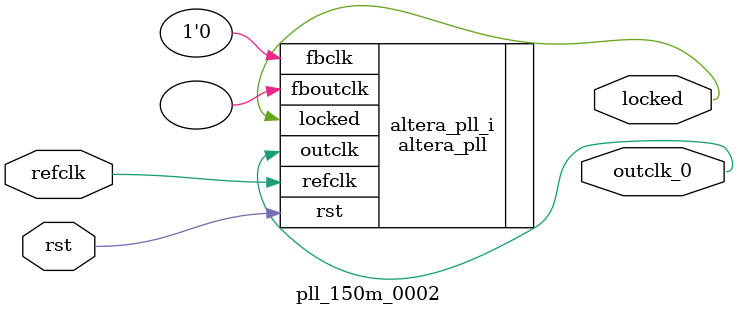
<source format=v>
`timescale 1ns/10ps
module  pll_150m_0002(

	// interface 'refclk'
	input wire refclk,

	// interface 'reset'
	input wire rst,

	// interface 'outclk0'
	output wire outclk_0,

	// interface 'locked'
	output wire locked
);

	altera_pll #(
		.fractional_vco_multiplier("false"),
		.reference_clock_frequency("50.0 MHz"),
		.operation_mode("normal"),
		.number_of_clocks(1),
		.output_clock_frequency0("150.000000 MHz"),
		.phase_shift0("0 ps"),
		.duty_cycle0(50),
		.output_clock_frequency1("0 MHz"),
		.phase_shift1("0 ps"),
		.duty_cycle1(50),
		.output_clock_frequency2("0 MHz"),
		.phase_shift2("0 ps"),
		.duty_cycle2(50),
		.output_clock_frequency3("0 MHz"),
		.phase_shift3("0 ps"),
		.duty_cycle3(50),
		.output_clock_frequency4("0 MHz"),
		.phase_shift4("0 ps"),
		.duty_cycle4(50),
		.output_clock_frequency5("0 MHz"),
		.phase_shift5("0 ps"),
		.duty_cycle5(50),
		.output_clock_frequency6("0 MHz"),
		.phase_shift6("0 ps"),
		.duty_cycle6(50),
		.output_clock_frequency7("0 MHz"),
		.phase_shift7("0 ps"),
		.duty_cycle7(50),
		.output_clock_frequency8("0 MHz"),
		.phase_shift8("0 ps"),
		.duty_cycle8(50),
		.output_clock_frequency9("0 MHz"),
		.phase_shift9("0 ps"),
		.duty_cycle9(50),
		.output_clock_frequency10("0 MHz"),
		.phase_shift10("0 ps"),
		.duty_cycle10(50),
		.output_clock_frequency11("0 MHz"),
		.phase_shift11("0 ps"),
		.duty_cycle11(50),
		.output_clock_frequency12("0 MHz"),
		.phase_shift12("0 ps"),
		.duty_cycle12(50),
		.output_clock_frequency13("0 MHz"),
		.phase_shift13("0 ps"),
		.duty_cycle13(50),
		.output_clock_frequency14("0 MHz"),
		.phase_shift14("0 ps"),
		.duty_cycle14(50),
		.output_clock_frequency15("0 MHz"),
		.phase_shift15("0 ps"),
		.duty_cycle15(50),
		.output_clock_frequency16("0 MHz"),
		.phase_shift16("0 ps"),
		.duty_cycle16(50),
		.output_clock_frequency17("0 MHz"),
		.phase_shift17("0 ps"),
		.duty_cycle17(50),
		.pll_type("General"),
		.pll_subtype("General")
	) altera_pll_i (
		.rst	(rst),
		.outclk	({outclk_0}),
		.locked	(locked),
		.fboutclk	( ),
		.fbclk	(1'b0),
		.refclk	(refclk)
	);
endmodule


</source>
